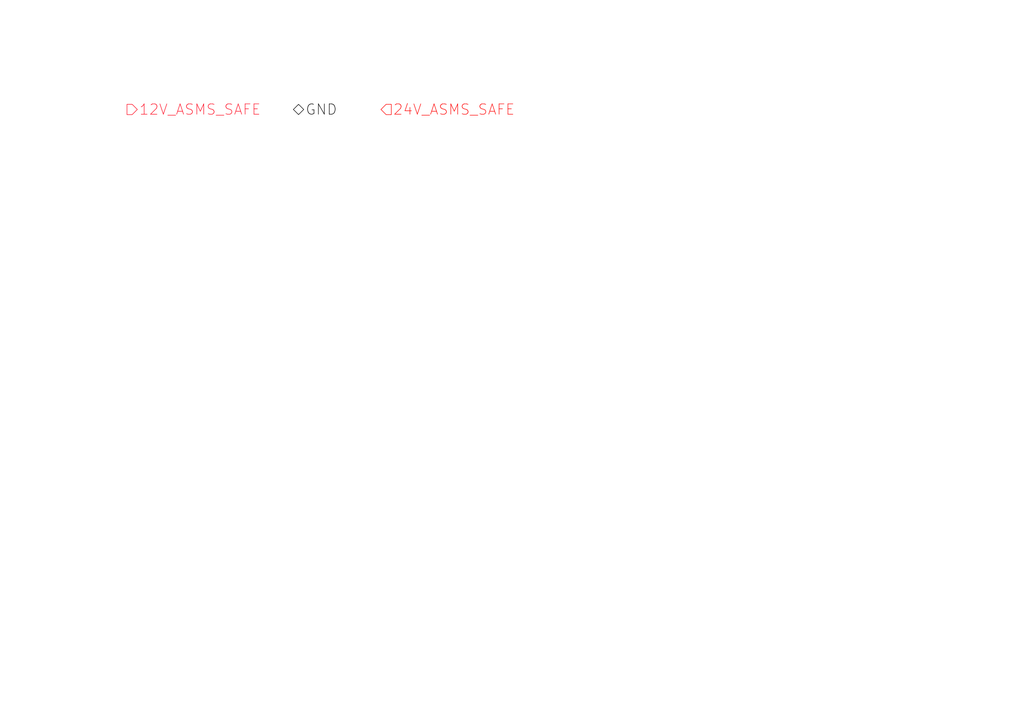
<source format=kicad_sch>
(kicad_sch
	(version 20250114)
	(generator "eeschema")
	(generator_version "9.0")
	(uuid "477f05b9-0cc8-477c-9f2e-d2202d48db38")
	(paper "A4")
	(lib_symbols)
	(hierarchical_label "12V_ASMS_SAFE"
		(shape output)
		(at 36.83 31.75 0)
		(effects
			(font
				(size 3 3)
				(color 255 9 31 1)
			)
			(justify left)
		)
		(uuid "6d018aae-e524-4ea9-a2d4-cfbb4c6ef8bf")
	)
	(hierarchical_label "GND"
		(shape bidirectional)
		(at 85.09 31.75 0)
		(effects
			(font
				(size 3 3)
				(color 0 0 0 1)
			)
			(justify left)
		)
		(uuid "b97f4561-5ce8-43c6-8a59-91cbe924b8f7")
	)
	(hierarchical_label "24V_ASMS_SAFE"
		(shape input)
		(at 110.49 31.75 0)
		(effects
			(font
				(size 3 3)
				(color 255 0 0 1)
			)
			(justify left)
		)
		(uuid "e2fbf699-7e60-49ab-aebc-ceafe261d14a")
	)
)

</source>
